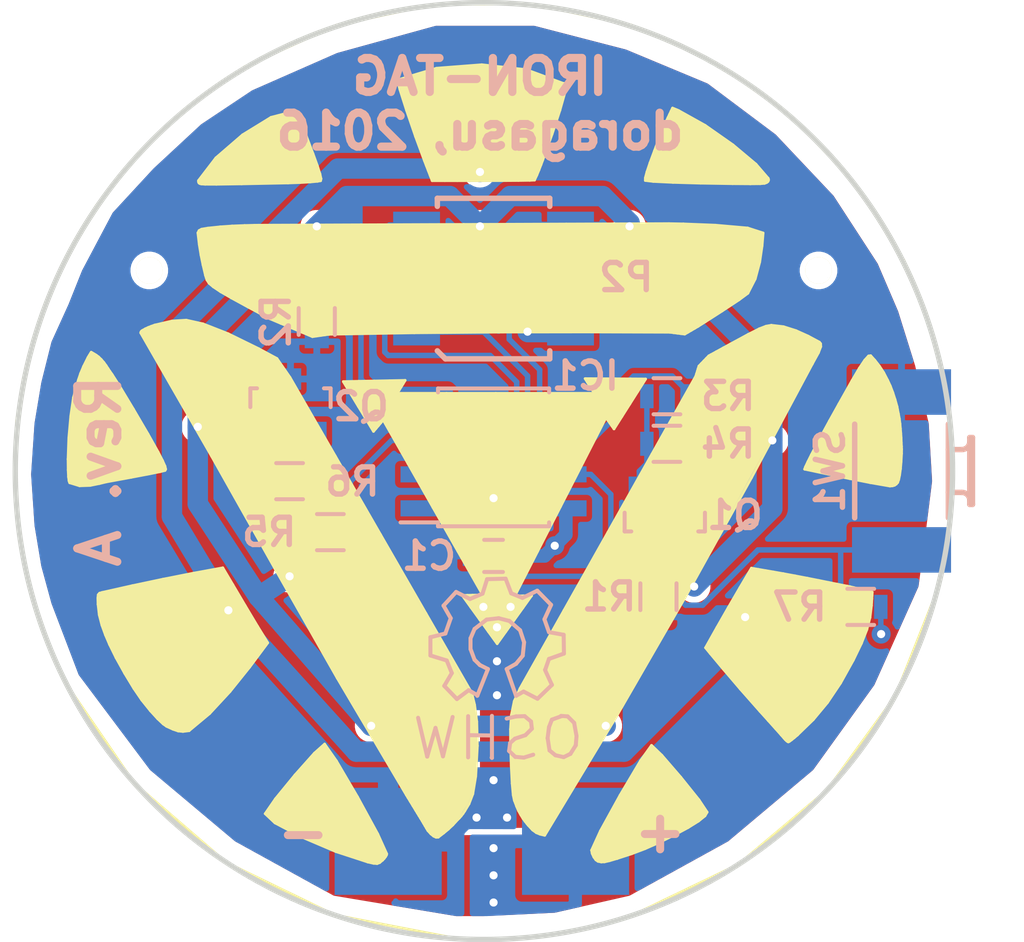
<source format=kicad_pcb>
(kicad_pcb (version 4) (host pcbnew "(2016-06-19 BZR 6943)-stable")
  (layers (0 F.Cu signal) (31 B.Cu signal) (34 B.Paste user) (35 F.Paste user) (36 B.SilkS user) (37 F.SilkS user) (38 B.Mask user) (39 F.Mask user) (44 Edge.Cuts user))
  (net 0 "")
  (net 1 VDD)
  (net 2 GND)
  (net 3 "Net-(IC1-Pad1)")
  (net 4 "Net-(IC1-Pad2)")
  (net 5 "Net-(IC1-Pad3)")
  (net 6 "Net-(IC1-Pad5)")
  (net 7 "Net-(IC1-Pad6)")
  (net 8 "Net-(IC1-Pad7)")
  (net 9 "Net-(Q1-Pad1)")
  (net 10 "Net-(Q1-Pad3)")
  (net 11 "Net-(Q2-Pad1)")
  (net 12 "Net-(Q2-Pad3)")
  (net 13 /LD1)
  (net 14 /LD2)
  (module doragasu:HOLE_1MM_DIA (layer F.Cu) (at 137 87.5)
    (fp_text reference REF** hide)
    (fp_text value HOLE_1MM_DIA)
    (pad "" np_thru_hole circle (at 0 0) (size 1 1) (drill 1) (layers *.Cu *.Mask F.SilkS))
  )
  (module doragasu:IRON-RING (layer F.Cu) (at 149.95 95.85)
    (fp_text reference REF** hide)
    (fp_text value IRON-RING hide)
  )
  (module Resistors_SMD:R_0603 (layer B.Cu) (at 163.576 100.076 180)
    (fp_text reference R7 (at 2.286 0 180) (layer B.SilkS) (effects (font (size 1.016 1.016) (thickness 0.2032)) (justify mirror)))
    (fp_text value 47k hide)
    (pad 1 smd rect (at -0.75 0 180) (size 0.5 0.9) (layers B.Cu B.Paste B.Mask) (net 1 VDD))
    (pad 2 smd rect (at 0.75 0 180) (size 0.5 0.9) (layers B.Cu B.Paste B.Mask) (net 8 "Net-(IC1-Pad7)"))
  )
  (module doragasu:CON_3x2P_2MM_SMD (layer B.Cu) (at 149.86 87.805 90)
    (fp_text reference P2 (at 0.048 4.953 -180) (layer B.SilkS) (effects (font (size 1.016 1.016) (thickness 0.2032)) (justify mirror)))
    (fp_text value CONN_01X06)
    (pad 1 smd rect (at -2 -2.875 90) (size 1 1.75) (layers B.Cu B.Paste B.Mask) (net 7 "Net-(IC1-Pad6)"))
    (pad 2 smd rect (at -2 2.875 90) (size 1 1.75) (layers B.Cu B.Paste B.Mask) (net 1 VDD))
    (pad 3 smd rect (at 0 -2.875 90) (size 1 1.75) (layers B.Cu B.Paste B.Mask) (net 8 "Net-(IC1-Pad7)"))
    (pad 4 smd rect (at 0 2.875 90) (size 1 1.75) (layers B.Cu B.Paste B.Mask) (net 6 "Net-(IC1-Pad5)"))
    (pad 5 smd rect (at 2 -2.875 90) (size 1 1.75) (layers B.Cu B.Paste B.Mask) (net 3 "Net-(IC1-Pad1)"))
    (pad 6 smd rect (at 2 2.875 90) (size 1 1.75) (layers B.Cu B.Paste B.Mask) (net 2 GND))
  )
  (module Capacitors_SMD:C_0603 (layer B.Cu) (at 149.86 98.171 180)
    (fp_text reference C1 (at 2.413 0 180) (layer B.SilkS) (effects (font (size 1.016 1.016) (thickness 0.2032)) (justify mirror)))
    (fp_text value 100n hide)
    (pad 1 smd rect (at -0.75 0 180) (size 0.8 0.75) (layers B.Cu B.Paste B.Mask) (net 1 VDD))
    (pad 2 smd rect (at 0.75 0 180) (size 0.8 0.75) (layers B.Cu B.Paste B.Mask) (net 2 GND))
  )
  (module LEDs:LED-0603 (layer F.Cu) (at 149.86 94.996)
    (fp_text reference D1 hide)
    (fp_text value LED hide)
    (pad 1 smd rect (at -0.7493 0) (size 0.79756 0.79756) (layers F.Cu F.Paste F.Mask) (net 13 /LD1))
    (pad 2 smd rect (at 0.7493 0) (size 0.79756 0.79756) (layers F.Cu F.Paste F.Mask) (net 1 VDD))
  )
  (module LEDs:LED-0603 (layer F.Cu) (at 138.4173 101.092 210)
    (fp_text reference D2 hide)
    (fp_text value LED hide)
    (pad 1 smd rect (at -0.7493 0 210) (size 0.79756 0.79756) (layers F.Cu F.Paste F.Mask) (net 13 /LD1))
    (pad 2 smd rect (at 0.7493 0 210) (size 0.79756 0.79756) (layers F.Cu F.Paste F.Mask) (net 1 VDD))
  )
  (module LEDs:LED-0603 (layer F.Cu) (at 149.352 82.042 90)
    (fp_text reference D3 hide)
    (fp_text value LED hide)
    (pad 1 smd rect (at -0.7493 0 90) (size 0.79756 0.79756) (layers F.Cu F.Paste F.Mask) (net 13 /LD1))
    (pad 2 smd rect (at 0.7493 0 90) (size 0.79756 0.79756) (layers F.Cu F.Paste F.Mask) (net 1 VDD))
  )
  (module LEDs:LED-0603 (layer F.Cu) (at 160.782 101.346 330)
    (fp_text reference D4 hide)
    (fp_text value LED hide)
    (pad 1 smd rect (at -0.7493 0 330) (size 0.79756 0.79756) (layers F.Cu F.Paste F.Mask) (net 13 /LD1))
    (pad 2 smd rect (at 0.7493 0 330) (size 0.79756 0.79756) (layers F.Cu F.Paste F.Mask) (net 1 VDD))
  )
  (module LEDs:LED-0603 (layer F.Cu) (at 140.348913 92.456 30)
    (fp_text reference D5 hide)
    (fp_text value LED hide)
    (pad 1 smd rect (at -0.7493 0 30) (size 0.79756 0.79756) (layers F.Cu F.Paste F.Mask) (net 14 /LD2))
    (pad 2 smd rect (at 0.7493 0 30) (size 0.79756 0.79756) (layers F.Cu F.Paste F.Mask) (net 1 VDD))
  )
  (module LEDs:LED-0603 (layer F.Cu) (at 143.764 98.044 30)
    (fp_text reference D6 hide)
    (fp_text value LED hide)
    (pad 1 smd rect (at -0.7493 0 30) (size 0.79756 0.79756) (layers F.Cu F.Paste F.Mask) (net 14 /LD2))
    (pad 2 smd rect (at 0.7493 0 30) (size 0.79756 0.79756) (layers F.Cu F.Paste F.Mask) (net 1 VDD))
  )
  (module LEDs:LED-0603 (layer F.Cu) (at 146.812 103.632 30)
    (fp_text reference D7 hide)
    (fp_text value LED hide)
    (pad 1 smd rect (at -0.7493 0 30) (size 0.79756 0.79756) (layers F.Cu F.Paste F.Mask) (net 14 /LD2))
    (pad 2 smd rect (at 0.7493 0 30) (size 0.79756 0.79756) (layers F.Cu F.Paste F.Mask) (net 1 VDD))
  )
  (module LEDs:LED-0603 (layer F.Cu) (at 152.540913 103.632 150)
    (fp_text reference D8 hide)
    (fp_text value LED hide)
    (pad 1 smd rect (at -0.7493 0 150) (size 0.79756 0.79756) (layers F.Cu F.Paste F.Mask) (net 14 /LD2))
    (pad 2 smd rect (at 0.7493 0 150) (size 0.79756 0.79756) (layers F.Cu F.Paste F.Mask) (net 1 VDD))
  )
  (module LEDs:LED-0603 (layer F.Cu) (at 155.702 98.298 150)
    (fp_text reference D9 hide)
    (fp_text value LED hide)
    (pad 1 smd rect (at -0.7493 0 150) (size 0.79756 0.79756) (layers F.Cu F.Paste F.Mask) (net 14 /LD2))
    (pad 2 smd rect (at 0.7493 0 150) (size 0.79756 0.79756) (layers F.Cu F.Paste F.Mask) (net 1 VDD))
  )
  (module LEDs:LED-0603 (layer F.Cu) (at 158.7627 92.964 150)
    (fp_text reference D10 hide)
    (fp_text value LED hide)
    (pad 1 smd rect (at -0.7493 0 150) (size 0.79756 0.79756) (layers F.Cu F.Paste F.Mask) (net 14 /LD2))
    (pad 2 smd rect (at 0.7493 0 150) (size 0.79756 0.79756) (layers F.Cu F.Paste F.Mask) (net 1 VDD))
  )
  (module LEDs:LED-0603 (layer F.Cu) (at 154.94 87.63 270)
    (fp_text reference D11 hide)
    (fp_text value LED hide)
    (pad 1 smd rect (at -0.7493 0 270) (size 0.79756 0.79756) (layers F.Cu F.Paste F.Mask) (net 14 /LD2))
    (pad 2 smd rect (at 0.7493 0 270) (size 0.79756 0.79756) (layers F.Cu F.Paste F.Mask) (net 1 VDD))
  )
  (module LEDs:LED-0603 (layer F.Cu) (at 149.352 87.63 270)
    (fp_text reference D12 hide)
    (fp_text value LED hide)
    (pad 1 smd rect (at -0.7493 0 270) (size 0.79756 0.79756) (layers F.Cu F.Paste F.Mask) (net 14 /LD2))
    (pad 2 smd rect (at 0.7493 0 270) (size 0.79756 0.79756) (layers F.Cu F.Paste F.Mask) (net 1 VDD))
  )
  (module LEDs:LED-0603 (layer F.Cu) (at 143.256 87.63 270)
    (fp_text reference D13 hide)
    (fp_text value LED hide)
    (pad 1 smd rect (at -0.7493 0 270) (size 0.79756 0.79756) (layers F.Cu F.Paste F.Mask) (net 14 /LD2))
    (pad 2 smd rect (at 0.7493 0 270) (size 0.79756 0.79756) (layers F.Cu F.Paste F.Mask) (net 1 VDD))
  )
  (module Housings_SOIC:SOIC-8_3.9x4.9mm_Pitch1.27mm (layer B.Cu) (at 149.86 94.488)
    (fp_text reference IC1 (at 3.429 -3.048) (layer B.SilkS) (effects (font (size 1.016 1.016) (thickness 0.2032)) (justify mirror)))
    (fp_text value ATTINY85-S hide)
    (pad 1 smd rect (at -2.7 1.905) (size 1.55 0.6) (layers B.Cu B.Paste B.Mask) (net 3 "Net-(IC1-Pad1)"))
    (pad 2 smd rect (at -2.7 0.635) (size 1.55 0.6) (layers B.Cu B.Paste B.Mask) (net 4 "Net-(IC1-Pad2)"))
    (pad 3 smd rect (at -2.7 -0.635) (size 1.55 0.6) (layers B.Cu B.Paste B.Mask) (net 5 "Net-(IC1-Pad3)"))
    (pad 4 smd rect (at -2.7 -1.905) (size 1.55 0.6) (layers B.Cu B.Paste B.Mask) (net 2 GND))
    (pad 5 smd rect (at 2.7 -1.905) (size 1.55 0.6) (layers B.Cu B.Paste B.Mask) (net 6 "Net-(IC1-Pad5)"))
    (pad 6 smd rect (at 2.7 -0.635) (size 1.55 0.6) (layers B.Cu B.Paste B.Mask) (net 7 "Net-(IC1-Pad6)"))
    (pad 7 smd rect (at 2.7 0.635) (size 1.55 0.6) (layers B.Cu B.Paste B.Mask) (net 8 "Net-(IC1-Pad7)"))
    (pad 8 smd rect (at 2.7 1.905) (size 1.55 0.6) (layers B.Cu B.Paste B.Mask) (net 1 VDD))
  )
  (module Resistors_SMD:R_0603 (layer B.Cu) (at 156.0195 99.695 90)
    (fp_text reference R1 (at 0 -1.8415) (layer B.SilkS) (effects (font (size 1.016 1.016) (thickness 0.2032)) (justify mirror)))
    (fp_text value R hide)
    (pad 1 smd rect (at -0.75 0 90) (size 0.5 0.9) (layers B.Cu B.Paste B.Mask) (net 13 /LD1))
    (pad 2 smd rect (at 0.75 0 90) (size 0.5 0.9) (layers B.Cu B.Paste B.Mask) (net 10 "Net-(Q1-Pad3)"))
  )
  (module Resistors_SMD:R_0603 (layer B.Cu) (at 143.256 89.408 270)
    (fp_text reference R2 (at 0 1.524 270) (layer B.SilkS) (effects (font (size 1.016 1.016) (thickness 0.2032)) (justify mirror)))
    (fp_text value R hide)
    (pad 1 smd rect (at -0.75 0 270) (size 0.5 0.9) (layers B.Cu B.Paste B.Mask) (net 14 /LD2))
    (pad 2 smd rect (at 0.75 0 270) (size 0.5 0.9) (layers B.Cu B.Paste B.Mask) (net 12 "Net-(Q2-Pad3)"))
  )
  (module Resistors_SMD:R_0603 (layer B.Cu) (at 156.337 92.202 180)
    (fp_text reference R3 (at -2.286 0 180) (layer B.SilkS) (effects (font (size 1.016 1.016) (thickness 0.2032)) (justify mirror)))
    (fp_text value 100 hide)
    (pad 1 smd rect (at -0.75 0 180) (size 0.5 0.9) (layers B.Cu B.Paste B.Mask) (net 7 "Net-(IC1-Pad6)"))
    (pad 2 smd rect (at 0.75 0 180) (size 0.5 0.9) (layers B.Cu B.Paste B.Mask) (net 9 "Net-(Q1-Pad1)"))
  )
  (module Resistors_SMD:R_0603 (layer B.Cu) (at 156.337 93.98)
    (fp_text reference R4 (at 2.286 0) (layer B.SilkS) (effects (font (size 1.016 1.016) (thickness 0.2032)) (justify mirror)))
    (fp_text value 47k hide)
    (pad 1 smd rect (at -0.75 0) (size 0.5 0.9) (layers B.Cu B.Paste B.Mask) (net 9 "Net-(Q1-Pad1)"))
    (pad 2 smd rect (at 0.75 0) (size 0.5 0.9) (layers B.Cu B.Paste B.Mask) (net 2 GND))
  )
  (module TO_SOT_Packages_SMD:SOT-23 (layer B.Cu) (at 156.256406 96.605373)
    (fp_text reference Q1 (at 2.620594 0.041627) (layer B.SilkS) (effects (font (size 1.016 1.016) (thickness 0.2032)) (justify mirror)))
    (fp_text value 2N7002)
    (pad 1 smd rect (at -0.95 -1.00076) (size 0.8001 0.8001) (layers B.Cu B.Paste B.Mask) (net 9 "Net-(Q1-Pad1)"))
    (pad 2 smd rect (at 0.95 -1.00076) (size 0.8001 0.8001) (layers B.Cu B.Paste B.Mask) (net 2 GND))
    (pad 3 smd rect (at 0 0.99822) (size 0.8001 0.8001) (layers B.Cu B.Paste B.Mask) (net 10 "Net-(Q1-Pad3)"))
  )
  (module TO_SOT_Packages_SMD:SOT-23 (layer B.Cu) (at 142.273766 92.55695 180)
    (fp_text reference Q2 (at -2.633234 -0.02605 180) (layer B.SilkS) (effects (font (size 1.016 1.016) (thickness 0.2032)) (justify mirror)))
    (fp_text value 2N7002)
    (pad 1 smd rect (at -0.95 -1.00076 180) (size 0.8001 0.8001) (layers B.Cu B.Paste B.Mask) (net 11 "Net-(Q2-Pad1)"))
    (pad 2 smd rect (at 0.95 -1.00076 180) (size 0.8001 0.8001) (layers B.Cu B.Paste B.Mask) (net 2 GND))
    (pad 3 smd rect (at 0 0.99822 180) (size 0.8001 0.8001) (layers B.Cu B.Paste B.Mask) (net 12 "Net-(Q2-Pad3)"))
  )
  (module Resistors_SMD:R_0603 (layer B.Cu) (at 143.764 97.282 180)
    (fp_text reference R5 (at 2.286 0 180) (layer B.SilkS) (effects (font (size 1.016 1.016) (thickness 0.2032)) (justify mirror)))
    (fp_text value 100)
    (pad 1 smd rect (at -0.75 0 180) (size 0.5 0.9) (layers B.Cu B.Paste B.Mask) (net 5 "Net-(IC1-Pad3)"))
    (pad 2 smd rect (at 0.75 0 180) (size 0.5 0.9) (layers B.Cu B.Paste B.Mask) (net 11 "Net-(Q2-Pad1)"))
  )
  (module Resistors_SMD:R_0603 (layer B.Cu) (at 142.24 95.377 180)
    (fp_text reference R6 (at -2.347174 -0.020898 180) (layer B.SilkS) (effects (font (size 1.016 1.016) (thickness 0.2032)) (justify mirror)))
    (fp_text value 47k)
    (pad 1 smd rect (at -0.75 0 180) (size 0.5 0.9) (layers B.Cu B.Paste B.Mask) (net 11 "Net-(Q2-Pad1)"))
    (pad 2 smd rect (at 0.75 0 180) (size 0.5 0.9) (layers B.Cu B.Paste B.Mask) (net 2 GND))
  )
  (module doragasu:C&K_KSS (layer B.Cu) (at 165.1 94.996 90)
    (fp_text reference SW1 (at 0 -2.667 270) (layer B.SilkS) (effects (font (size 1.016 1.016) (thickness 0.2032)) (justify mirror)))
    (fp_text value SW_PUSH)
    (pad 1 smd rect (at -2.95 0 90) (size 1.7 3.7) (layers B.Cu B.Paste B.Mask) (net 8 "Net-(IC1-Pad7)"))
    (pad 2 smd rect (at 2.95 0 90) (size 1.7 3.7) (layers B.Cu B.Paste B.Mask) (net 2 GND))
  )
  (module doragasu:CR2032L_F1N_PADS (layer B.Cu) (at 149.423 108.839 180)
    (fp_text reference P1 hide)
    (fp_text value CONN_01X02)
    (pad 1 smd rect (at -3.5 0 180) (size 4 4) (layers B.Cu B.Paste B.Mask) (net 1 VDD))
    (pad 2 smd rect (at 3.5 0 180) (size 4 4) (layers B.Cu B.Paste B.Mask) (net 2 GND))
  )
  (module doragasu:HOLE_1MM_DIA (layer F.Cu) (at 162 87.5)
    (fp_text reference REF** hide)
    (fp_text value HOLE_1MM_DIA)
    (pad "" np_thru_hole circle (at 0 0) (size 1 1) (drill 1) (layers *.Cu *.Mask F.SilkS))
  )
  (module Symbols:Symbol_OSHW-Logo_SilkScreen (layer B.Cu) (at 150 101.5 180)
    (fp_text reference REF** hide)
    (fp_text value Symbol_OSHW-Logo_SilkScreen)
  )
  (gr_text "Rev. A" (at 135.128 94.996 90) (layer B.SilkS) (effects (font (size 1.5 1.5) (thickness 0.3)) (justify mirror)))
  (gr_text - (at 142.748 108.712 180) (layer B.SilkS) (effects (font (size 1.5 1.5) (thickness 0.3)) (justify mirror)))
  (gr_text + (at 156.083 108.458) (layer B.SilkS) (effects (font (size 1.5 1.5) (thickness 0.3)) (justify mirror)))
  (gr_text "IRON-TAG\ndoragasu, 2016" (at 149.352 81.28) (layer B.SilkS) (effects (font (size 1.27 1.27) (thickness 0.3048)) (justify mirror)))
  (gr_circle (center 149.5 95) (end 132 95.5) (layer Edge.Cuts) (width 0.2))
  (segment (start 149.86 110.109) (end 149.86 111.125) (width 0.2032) (layer B.Cu) (net 1))
  (via (at 149.86 111.125) (size 0.7112) (drill 0.3048) (layers F.Cu B.Cu) (net 1))
  (segment (start 149.86 109.093) (end 149.86 110.109) (width 0.2032) (layer F.Cu) (net 1))
  (via (at 149.86 110.109) (size 0.7112) (drill 0.3048) (layers F.Cu B.Cu) (net 1))
  (segment (start 152.923 108.839) (end 150.114 108.839) (width 0.2032) (layer B.Cu) (net 1))
  (segment (start 150.114 108.839) (end 149.86 109.093) (width 0.2032) (layer B.Cu) (net 1))
  (via (at 149.86 109.093) (size 0.7112) (drill 0.3048) (layers F.Cu B.Cu) (net 1))
  (segment (start 164.326 100.076) (end 164.326 101.08) (width 0.2032) (layer B.Cu) (net 1))
  (segment (start 164.326 101.08) (end 164.338 101.092) (width 0.2032) (layer B.Cu) (net 1))
  (via (at 164.338 101.092) (size 0.7112) (drill 0.3048) (layers F.Cu B.Cu) (net 1))
  (segment (start 152.735 89.805) (end 151.146 89.805) (width 0.762) (layer B.Cu) (net 1))
  (segment (start 151.146 89.805) (end 151.13 89.789) (width 0.762) (layer B.Cu) (net 1))
  (via (at 151.13 89.789) (size 0.7112) (drill 0.3048) (layers F.Cu B.Cu) (net 1))
  (segment (start 152.146 97.79) (end 152.56 97.376) (width 0.508) (layer B.Cu) (net 1))
  (segment (start 150.61 98.171) (end 151.765 98.171) (width 0.508) (layer B.Cu) (net 1))
  (segment (start 151.765 98.171) (end 152.146 97.79) (width 0.508) (layer B.Cu) (net 1))
  (via (at 152.146 97.79) (size 0.7112) (drill 0.3048) (layers F.Cu B.Cu) (net 1))
  (segment (start 152.56 97.376) (end 152.56 96.393) (width 0.508) (layer B.Cu) (net 1))
  (segment (start 152.56 89.98) (end 152.735 89.805) (width 0.2032) (layer B.Cu) (net 1))
  (segment (start 150.495 100.076) (end 149.479 99.06) (width 0.2032) (layer B.Cu) (net 2))
  (segment (start 149.479 99.06) (end 149.225 99.06) (width 0.2032) (layer B.Cu) (net 2))
  (segment (start 149.225 99.06) (end 149.11 98.945) (width 0.2032) (layer B.Cu) (net 2))
  (segment (start 149.11 98.945) (end 149.11 98.171) (width 0.2032) (layer B.Cu) (net 2))
  (segment (start 149.479 100.076) (end 150.495 100.076) (width 0.2032) (layer F.Cu) (net 2))
  (via (at 150.495 100.076) (size 0.7112) (drill 0.3048) (layers F.Cu B.Cu) (net 2))
  (segment (start 149.987 100.838) (end 149.987 100.584) (width 0.2032) (layer B.Cu) (net 2))
  (segment (start 149.987 100.584) (end 149.479 100.076) (width 0.2032) (layer B.Cu) (net 2))
  (via (at 149.479 100.076) (size 0.7112) (drill 0.3048) (layers F.Cu B.Cu) (net 2))
  (segment (start 149.987 102.108) (end 149.987 100.838) (width 0.2032) (layer F.Cu) (net 2))
  (via (at 149.987 100.838) (size 0.7112) (drill 0.3048) (layers F.Cu B.Cu) (net 2))
  (segment (start 149.987 103.378) (end 149.987 102.108) (width 0.2032) (layer B.Cu) (net 2))
  (via (at 149.987 102.108) (size 0.7112) (drill 0.3048) (layers F.Cu B.Cu) (net 2))
  (segment (start 149.86 106.553) (end 149.86 103.505) (width 0.2032) (layer F.Cu) (net 2))
  (segment (start 149.86 103.505) (end 149.987 103.378) (width 0.2032) (layer F.Cu) (net 2))
  (via (at 149.987 103.378) (size 0.7112) (drill 0.3048) (layers F.Cu B.Cu) (net 2))
  (segment (start 150.364198 107.95) (end 150.364198 107.057198) (width 0.2032) (layer B.Cu) (net 2))
  (segment (start 150.364198 107.057198) (end 149.86 106.553) (width 0.2032) (layer B.Cu) (net 2))
  (via (at 149.86 106.553) (size 0.7112) (drill 0.3048) (layers F.Cu B.Cu) (net 2))
  (segment (start 149.225 107.95) (end 150.364198 107.95) (width 0.2032) (layer F.Cu) (net 2))
  (via (at 150.364198 107.95) (size 0.7112) (drill 0.3048) (layers F.Cu B.Cu) (net 2))
  (segment (start 145.923 108.839) (end 148.336 108.839) (width 0.2032) (layer B.Cu) (net 2))
  (segment (start 148.336 108.839) (end 149.225 107.95) (width 0.2032) (layer B.Cu) (net 2))
  (via (at 149.225 107.95) (size 0.7112) (drill 0.3048) (layers F.Cu B.Cu) (net 2))
  (segment (start 147.16 96.393) (end 147.635 96.393) (width 0.2032) (layer B.Cu) (net 3))
  (segment (start 144.907 86.868) (end 145.97 85.805) (width 0.2032) (layer B.Cu) (net 3))
  (segment (start 147.635 96.393) (end 148.239801 95.788199) (width 0.2032) (layer B.Cu) (net 3))
  (segment (start 148.239801 92.039159) (end 148.148642 91.948) (width 0.2032) (layer B.Cu) (net 3))
  (segment (start 148.239801 95.788199) (end 148.239801 92.039159) (width 0.2032) (layer B.Cu) (net 3))
  (segment (start 145.288 91.948) (end 144.907 91.567) (width 0.2032) (layer B.Cu) (net 3))
  (segment (start 148.148642 91.948) (end 145.288 91.948) (width 0.2032) (layer B.Cu) (net 3))
  (segment (start 144.907 91.567) (end 144.907 86.868) (width 0.2032) (layer B.Cu) (net 3))
  (segment (start 145.97 85.805) (end 146.985 85.805) (width 0.2032) (layer B.Cu) (net 3))
  (segment (start 146.685 95.123) (end 147.16 95.123) (width 0.2032) (layer B.Cu) (net 4))
  (segment (start 144.514 97.282) (end 144.514 95.389) (width 0.2032) (layer B.Cu) (net 5))
  (segment (start 144.514 95.389) (end 146.05 93.853) (width 0.2032) (layer B.Cu) (net 5))
  (segment (start 146.05 93.853) (end 147.16 93.853) (width 0.2032) (layer B.Cu) (net 5))
  (segment (start 151.336 87.805) (end 152.735 87.805) (width 0.2032) (layer B.Cu) (net 6))
  (segment (start 150.444192 88.696808) (end 151.336 87.805) (width 0.2032) (layer B.Cu) (net 6))
  (segment (start 151.5818 91.210681) (end 150.444192 90.073072) (width 0.2032) (layer B.Cu) (net 6))
  (segment (start 151.5818 92.0798) (end 151.5818 91.210681) (width 0.2032) (layer B.Cu) (net 6))
  (segment (start 150.444192 90.073072) (end 150.444192 88.696808) (width 0.2032) (layer B.Cu) (net 6))
  (segment (start 152.56 92.583) (end 152.085 92.583) (width 0.2032) (layer B.Cu) (net 6))
  (segment (start 152.085 92.583) (end 151.5818 92.0798) (width 0.2032) (layer B.Cu) (net 6))
  (segment (start 146.985 89.805) (end 149.495 89.805) (width 0.2032) (layer B.Cu) (net 7))
  (segment (start 149.495 89.805) (end 151.13 91.44) (width 0.2032) (layer B.Cu) (net 7))
  (segment (start 151.13 91.44) (end 151.13 93.575) (width 0.2032) (layer B.Cu) (net 7))
  (segment (start 151.13 93.575) (end 151.408 93.853) (width 0.2032) (layer B.Cu) (net 7))
  (segment (start 151.408 93.853) (end 152.56 93.853) (width 0.2032) (layer B.Cu) (net 7))
  (segment (start 154.559 92.8322) (end 154.559 91.981358) (width 0.2032) (layer B.Cu) (net 7))
  (segment (start 154.559 91.981358) (end 155.093159 91.447199) (width 0.2032) (layer B.Cu) (net 7))
  (segment (start 155.093159 91.447199) (end 156.532199 91.447199) (width 0.2032) (layer B.Cu) (net 7))
  (segment (start 156.532199 91.447199) (end 157.087 92.002) (width 0.2032) (layer B.Cu) (net 7))
  (segment (start 157.087 92.002) (end 157.087 92.202) (width 0.2032) (layer B.Cu) (net 7))
  (segment (start 152.56 93.853) (end 153.5382 93.853) (width 0.2032) (layer B.Cu) (net 7))
  (segment (start 153.5382 93.853) (end 154.559 92.8322) (width 0.2032) (layer B.Cu) (net 7))
  (segment (start 146.985 87.805) (end 146.61 87.805) (width 0.2032) (layer B.Cu) (net 8))
  (segment (start 145.796 90.551) (end 145.923 90.678) (width 0.2032) (layer B.Cu) (net 8))
  (segment (start 150.72359 91.66859) (end 150.72359 93.76159) (width 0.2032) (layer B.Cu) (net 8))
  (segment (start 146.61 87.805) (end 145.796 88.619) (width 0.2032) (layer B.Cu) (net 8))
  (segment (start 145.796 88.619) (end 145.796 90.551) (width 0.2032) (layer B.Cu) (net 8))
  (segment (start 145.923 90.678) (end 149.733 90.678) (width 0.2032) (layer B.Cu) (net 8))
  (segment (start 149.733 90.678) (end 150.72359 91.66859) (width 0.2032) (layer B.Cu) (net 8))
  (segment (start 150.72359 93.76159) (end 152.085 95.123) (width 0.2032) (layer B.Cu) (net 8))
  (segment (start 152.085 95.123) (end 152.56 95.123) (width 0.2032) (layer B.Cu) (net 8))
  (segment (start 161.3492 97.946) (end 159.737 97.946) (width 0.2032) (layer B.Cu) (net 8))
  (segment (start 155.2575 99.7585) (end 154.2415 98.7425) (width 0.2032) (layer B.Cu) (net 8))
  (segment (start 159.737 97.946) (end 157.6705 100.0125) (width 0.2032) (layer B.Cu) (net 8))
  (segment (start 157.6705 100.0125) (end 157.0355 100.0125) (width 0.2032) (layer B.Cu) (net 8))
  (segment (start 157.0355 100.0125) (end 156.7815 99.7585) (width 0.2032) (layer B.Cu) (net 8))
  (segment (start 156.7815 99.7585) (end 155.2575 99.7585) (width 0.2032) (layer B.Cu) (net 8))
  (segment (start 154.2415 98.7425) (end 154.2415 95.8723) (width 0.2032) (layer B.Cu) (net 8))
  (segment (start 154.2415 95.8723) (end 153.4922 95.123) (width 0.2032) (layer B.Cu) (net 8))
  (segment (start 153.4922 95.123) (end 152.56 95.123) (width 0.2032) (layer B.Cu) (net 8))
  (segment (start 162.826 100.076) (end 162.826 97.946) (width 0.2032) (layer B.Cu) (net 8))
  (segment (start 162.826 97.946) (end 161.3492 97.946) (width 0.2032) (layer B.Cu) (net 8))
  (segment (start 165.1 97.946) (end 161.3492 97.946) (width 0.2032) (layer B.Cu) (net 8))
  (segment (start 146.985 87.805) (end 147.36 87.805) (width 0.2032) (layer B.Cu) (net 8))
  (segment (start 155.587 94.73) (end 155.577769 94.73) (width 0.2032) (layer B.Cu) (net 9))
  (segment (start 155.577769 94.73) (end 155.306406 95.001363) (width 0.2032) (layer B.Cu) (net 9))
  (segment (start 155.306406 95.001363) (end 155.306406 95.604613) (width 0.2032) (layer B.Cu) (net 9))
  (segment (start 155.587 93.98) (end 155.587 94.73) (width 0.2032) (layer B.Cu) (net 9))
  (segment (start 155.587 92.202) (end 155.587 93.98) (width 0.2032) (layer B.Cu) (net 9))
  (segment (start 143.014 97.282) (end 143.014 95.401) (width 0.2032) (layer B.Cu) (net 11))
  (segment (start 143.014 95.401) (end 142.99 95.377) (width 0.2032) (layer B.Cu) (net 11))
  (segment (start 142.99 95.577) (end 142.99 95.377) (width 0.2032) (layer B.Cu) (net 11))
  (segment (start 142.99 94.5) (end 143.223766 94.266234) (width 0.2032) (layer B.Cu) (net 11))
  (segment (start 143.223766 94.266234) (end 143.223766 93.55771) (width 0.2032) (layer B.Cu) (net 11))
  (segment (start 142.99 95.377) (end 142.99 94.5) (width 0.2032) (layer B.Cu) (net 11))
  (segment (start 139.954 100.203) (end 137.84579 96.69779) (width 0.762) (layer B.Cu) (net 13))
  (segment (start 137.84579 89.897197) (end 144.049987 83.693) (width 0.762) (layer B.Cu) (net 13))
  (segment (start 137.84579 96.69779) (end 137.84579 89.897197) (width 0.762) (layer B.Cu) (net 13))
  (segment (start 144.049987 83.693) (end 149.225 83.693) (width 0.762) (layer B.Cu) (net 13))
  (segment (start 149.225 83.693) (end 149.352 83.82) (width 0.762) (layer B.Cu) (net 13))
  (segment (start 156.21 100.445) (end 155.055 100.445) (width 0.2032) (layer B.Cu) (net 13))
  (segment (start 155.055 100.445) (end 153.543 98.933) (width 0.2032) (layer B.Cu) (net 13))
  (segment (start 153.543 98.933) (end 150.075394 98.933) (width 0.2032) (layer B.Cu) (net 13))
  (segment (start 150.075394 98.933) (end 149.86 98.717606) (width 0.2032) (layer B.Cu) (net 13))
  (segment (start 149.86 98.717606) (end 149.86 96.012) (width 0.2032) (layer B.Cu) (net 13))
  (segment (start 144.734316 105.48621) (end 139.954 100.203) (width 0.762) (layer B.Cu) (net 13))
  (segment (start 149.52472 96.012) (end 149.86 96.012) (width 0.2032) (layer F.Cu) (net 13))
  (segment (start 149.1107 95.59798) (end 149.52472 96.012) (width 0.2032) (layer F.Cu) (net 13))
  (segment (start 149.1107 94.996) (end 149.1107 95.59798) (width 0.2032) (layer F.Cu) (net 13))
  (via (at 149.86 96.012) (size 0.7112) (drill 0.3048) (layers F.Cu B.Cu) (net 13))
  (segment (start 159.258 100.457) (end 159.258 100.959894) (width 0.762) (layer B.Cu) (net 13))
  (segment (start 159.258 100.959894) (end 154.731684 105.48621) (width 0.762) (layer B.Cu) (net 13))
  (segment (start 154.731684 105.48621) (end 144.734316 105.48621) (width 0.762) (layer B.Cu) (net 13))
  (segment (start 149.352 82.7913) (end 149.352 83.82) (width 0.2032) (layer F.Cu) (net 13))
  (via (at 149.352 83.82) (size 0.7112) (drill 0.3048) (layers F.Cu B.Cu) (net 13))
  (segment (start 139.066213 100.71735) (end 139.954 100.203) (width 0.2032) (layer F.Cu) (net 13))
  (via (at 139.954 100.203) (size 0.7112) (drill 0.3048) (layers F.Cu B.Cu) (net 13))
  (segment (start 160.133087 100.97135) (end 159.258 100.457) (width 0.2032) (layer F.Cu) (net 13))
  (via (at 159.258 100.457) (size 0.7112) (drill 0.3048) (layers F.Cu B.Cu) (net 13))
  (segment (start 149.352 85.852) (end 150.483201 84.720799) (width 0.762) (layer B.Cu) (net 14))
  (segment (start 150.483201 84.720799) (end 153.935799 84.720799) (width 0.762) (layer B.Cu) (net 14))
  (segment (start 153.935799 84.720799) (end 154.94 85.725) (width 0.762) (layer B.Cu) (net 14))
  (segment (start 154.94 85.725) (end 154.94 85.852) (width 0.762) (layer B.Cu) (net 14))
  (segment (start 141.078031 99.695) (end 145.288 104.521) (width 0.762) (layer B.Cu) (net 14))
  (segment (start 138.811 96.226081) (end 141.078031 99.695) (width 0.762) (layer B.Cu) (net 14))
  (segment (start 142.24 98.933) (end 141.078031 99.695) (width 0.762) (layer B.Cu) (net 14))
  (segment (start 160.274 96.393) (end 157.353 99.314) (width 0.762) (layer B.Cu) (net 14))
  (segment (start 160.274 93.853) (end 160.274 96.393) (width 0.762) (layer B.Cu) (net 14))
  (via (at 157.353 99.314) (size 0.7112) (drill 0.3048) (layers F.Cu B.Cu) (net 14))
  (segment (start 156.350913 98.67265) (end 157.353 99.314) (width 0.2032) (layer F.Cu) (net 14))
  (segment (start 160.274 93.853) (end 160.274 91.186) (width 0.762) (layer B.Cu) (net 14))
  (segment (start 160.274 91.186) (end 154.94 85.852) (width 0.762) (layer B.Cu) (net 14))
  (segment (start 138.811 96.226081) (end 138.811 93.345) (width 0.762) (layer B.Cu) (net 14))
  (segment (start 145.288 104.521) (end 154.051 104.521) (width 0.762) (layer B.Cu) (net 14))
  (segment (start 143.256 85.852) (end 144.387201 84.720799) (width 0.762) (layer B.Cu) (net 14))
  (segment (start 144.387201 84.720799) (end 148.220799 84.720799) (width 0.762) (layer B.Cu) (net 14))
  (segment (start 148.220799 84.720799) (end 149.352 85.852) (width 0.762) (layer B.Cu) (net 14))
  (segment (start 138.811 93.345) (end 138.811 90.297) (width 0.762) (layer B.Cu) (net 14))
  (segment (start 138.811 90.297) (end 143.256 85.852) (width 0.762) (layer B.Cu) (net 14))
  (segment (start 143.256 86.8807) (end 143.256 85.852) (width 0.2032) (layer F.Cu) (net 14))
  (via (at 143.256 85.852) (size 0.7112) (drill 0.3048) (layers F.Cu B.Cu) (net 14))
  (segment (start 159.411613 93.33865) (end 160.274 93.853) (width 0.2032) (layer F.Cu) (net 14))
  (via (at 160.274 93.853) (size 0.7112) (drill 0.3048) (layers F.Cu B.Cu) (net 14))
  (segment (start 149.352 86.8807) (end 149.352 85.852) (width 0.2032) (layer F.Cu) (net 14))
  (via (at 149.352 85.852) (size 0.7112) (drill 0.3048) (layers F.Cu B.Cu) (net 14))
  (segment (start 154.94 86.8807) (end 154.94 85.852) (width 0.2032) (layer F.Cu) (net 14))
  (via (at 154.94 85.852) (size 0.7112) (drill 0.3048) (layers F.Cu B.Cu) (net 14))
  (segment (start 143.115087 98.41865) (end 142.24 98.933) (width 0.2032) (layer F.Cu) (net 14))
  (via (at 142.24 98.933) (size 0.7112) (drill 0.3048) (layers F.Cu B.Cu) (net 14))
  (segment (start 146.163087 104.00665) (end 145.288 104.521) (width 0.2032) (layer F.Cu) (net 14))
  (via (at 145.288 104.521) (size 0.7112) (drill 0.3048) (layers F.Cu B.Cu) (net 14))
  (segment (start 153.189826 104.00665) (end 154.051 104.521) (width 0.2032) (layer F.Cu) (net 14))
  (via (at 154.051 104.521) (size 0.7112) (drill 0.3048) (layers F.Cu B.Cu) (net 14))
  (segment (start 139.7 92.83065) (end 138.811 93.345) (width 0.2032) (layer F.Cu) (net 14))
  (via (at 138.811 93.345) (size 0.7112) (drill 0.3048) (layers F.Cu B.Cu) (net 14))
  (zone (net 1) (net_name VDD) (layer F.Cu) (connect_pads (clearance 0.254)) (min_thickness 0.2032) (fill yes (arc_segments 32) (thermal_gap 0.254) (thermal_bridge_width 0.254))
    (polygon (pts (xy 140.208 108.839) (xy 137.033 106.172) (xy 134.366 102.616) (xy 133.35 99.949) (xy 132.969 98.552) (xy 132.715 97.028) (xy 132.588 95.123) (xy 132.715 93.218) (xy 132.969 91.694) (xy 133.35 90.17) (xy 133.985 88.773) (xy 134.493 87.503) (xy 135.636 85.344) (xy 137.16 83.693) (xy 138.938 82.042) (xy 140.843 80.772) (xy 144.018 79.375) (xy 147.701 78.359) (xy 151.384 78.359) (xy 154.813 79.248) (xy 157.861 80.518) (xy 160.401 82.423) (xy 162.56 84.709) (xy 164.211 87.249) (xy 164.973 89.027) (xy 165.608 91.059) (xy 166.116 93.218) (xy 166.243 95.377) (xy 165.989 97.409) (xy 165.735 99.314) (xy 164.084 102.997) (xy 161.798 106.172) (xy 158.623 108.839) (xy 154.94 110.871) (xy 152.146 111.506) (xy 149.479 111.633) (xy 148.463 111.633) (xy 143.891 110.871)))
  )
  (zone (net 2) (net_name GND) (layer B.Cu) (connect_pads (clearance 0.2032)) (min_thickness 0.2032) (fill yes (arc_segments 32) (thermal_gap 0.2032) (thermal_bridge_width 0.254))
    (polygon (pts (xy 140.204112 108.839) (xy 137.029112 106.172) (xy 134.362112 102.616) (xy 133.346112 99.949) (xy 132.965112 98.552) (xy 132.711112 97.028) (xy 132.584112 95.123) (xy 132.711112 93.218) (xy 132.965112 91.694) (xy 133.346112 90.17) (xy 133.981112 88.773) (xy 134.489112 87.503) (xy 135.632112 85.344) (xy 137.156112 83.693) (xy 138.934112 82.042) (xy 140.839112 80.772) (xy 144.014112 79.375) (xy 147.697112 78.359) (xy 151.380112 78.359) (xy 154.809112 79.248) (xy 157.857112 80.518) (xy 160.397112 82.423) (xy 162.556112 84.709) (xy 164.207112 87.249) (xy 164.969112 89.027) (xy 165.604112 91.059) (xy 166.112112 93.218) (xy 166.239112 95.377) (xy 165.985112 97.409) (xy 165.731112 99.314) (xy 164.080112 102.997) (xy 161.794112 106.172) (xy 158.619112 108.839) (xy 154.936112 110.871) (xy 152.142112 111.506) (xy 149.475112 111.633) (xy 148.459112 111.633) (xy 143.891 110.871)))
  )
  (zone (net 13) (net_name /LD1) (layer B.Cu) (priority 1) (connect_pads (clearance 0.254)) (min_thickness 0.2032) (fill yes (arc_segments 32) (thermal_gap 0.254) (thermal_bridge_width 0.254))
    (polygon (pts (xy 154.686 100.33) (xy 157.7975 100.33) (xy 158.115 100.0125) (xy 159.639 100.0125) (xy 159.639 101.092) (xy 155.575 105.156) (xy 154.686 105.156)))
  )
  (zone (net 10) (net_name "Net-(Q1-Pad3)") (layer B.Cu) (priority 1) (connect_pads (clearance 0.2032)) (min_thickness 0.2032) (fill yes (arc_segments 32) (thermal_gap 0.2032) (thermal_bridge_width 0.254))
    (polygon (pts (xy 154.559 99.06) (xy 157.1625 99.06) (xy 157.1625 96.774) (xy 154.559 96.774)))
  )
  (zone (net 12) (net_name "Net-(Q2-Pad3)") (layer B.Cu) (priority 1) (connect_pads (clearance 0.2032)) (min_thickness 0.2032) (fill yes (arc_segments 32) (thermal_gap 0.2032) (thermal_bridge_width 0.254))
    (polygon (pts (xy 141.097 92.3925) (xy 141.097 90.805) (xy 141.859 90.043) (xy 144.145 90.043) (xy 144.145 92.3925)))
  )
  (zone (net 14) (net_name /LD2) (layer B.Cu) (priority 1) (connect_pads (clearance 0.2032)) (min_thickness 0.2032) (fill yes (arc_segments 32) (thermal_gap 0.2032) (thermal_bridge_width 0.254))
    (polygon (pts (xy 144.9705 88.773) (xy 141.224 88.773) (xy 139.8905 88.773) (xy 144.272 84.3915) (xy 144.9705 84.3915)))
  )
  (zone (net 2) (net_name GND) (layer F.Cu) (priority 1) (connect_pads (clearance 0.2032)) (min_thickness 0.2032) (fill yes (arc_segments 32) (thermal_gap 0.2032) (thermal_bridge_width 0.254))
    (polygon (pts (xy 148.3868 99.568) (xy 151.511 99.568) (xy 150.5585 100.965) (xy 150.5585 106.4895) (xy 150.749 107.442) (xy 151.003 107.95) (xy 151.257 108.331) (xy 148.4376 108.3564) (xy 148.844 107.6452) (xy 149.098 107.1372) (xy 149.2504 106.426) (xy 149.352 106.0704) (xy 149.352 100.9396)))
  )
  (zone (net 0) (net_name "") (layer F.SilkS) (connect_pads (clearance 0.2032)) (min_thickness 0.254) (fill yes (arc_segments 16) (thermal_gap 0.508) (thermal_bridge_width 0.508))
    (polygon (pts (xy 136.7028 89.7636) (xy 136.906 89.6874) (xy 137.2108 89.5604) (xy 137.8712 89.408) (xy 138.3792 89.3826) (xy 139.0142 89.535) (xy 139.954 89.916) (xy 141.0462 90.4494) (xy 141.7574 90.8304) (xy 142.2654 91.567) (xy 148.9964 103.3018) (xy 149.1234 103.759) (xy 149.1996 104.394) (xy 149.225 105.2322) (xy 149.1742 106.426) (xy 149.0472 107.061) (xy 148.8948 107.442) (xy 148.6154 107.8738) (xy 148.2852 108.2294) (xy 147.8026 108.6612) (xy 147.7264 108.6612) (xy 147.5994 108.585) (xy 147.5232 108.5088) (xy 147.4216 108.4072) (xy 144.8054 104.0384) (xy 136.6774 89.8144)))
  )
  (zone (net 0) (net_name "") (layer F.SilkS) (connect_pads (clearance 0.2032)) (min_thickness 0.254) (fill yes (arc_segments 16) (thermal_gap 0.508) (thermal_bridge_width 0.508))
    (polygon (pts (xy 162.0266 90.1954) (xy 161.5948 89.9668) (xy 161.1376 89.7636) (xy 160.6804 89.6112) (xy 160.2486 89.5604) (xy 160.0454 89.5858) (xy 159.8168 89.6874) (xy 157.9118 90.7034) (xy 157.5562 91.0844) (xy 157.4292 91.44) (xy 150.876 103.0986) (xy 150.6474 103.5812) (xy 150.5204 104.1146) (xy 150.495 104.5972) (xy 150.495 105.156) (xy 150.5712 106.7054) (xy 150.6474 107.315) (xy 150.876 107.8484) (xy 151.2316 108.2802) (xy 151.3586 108.4326) (xy 151.4602 108.5088) (xy 151.765 108.6104) (xy 153.4414 105.8418) (xy 156.4386 100.7364) (xy 161.9758 90.6018) (xy 162.052 90.3732) (xy 162.0774 90.2716)))
  )
  (zone (net 0) (net_name "") (layer F.SilkS) (connect_pads (clearance 0.2032)) (min_thickness 0.254) (fill yes (arc_segments 16) (thermal_gap 0.508) (thermal_bridge_width 0.508))
    (polygon (pts (xy 139.192 85.9282) (xy 138.8872 85.979) (xy 138.811 86.0806) (xy 138.938 86.8934) (xy 139.1412 87.8332) (xy 139.2174 87.9602) (xy 139.3952 88.1126) (xy 141.478 89.281) (xy 143.0782 89.9668) (xy 143.7132 89.8906) (xy 150.241 89.8144) (xy 156.4386 89.8144) (xy 156.9974 89.8906) (xy 159.3596 88.3666) (xy 159.639 87.757) (xy 159.8422 86.8934) (xy 159.9184 86.106) (xy 159.385 85.9282) (xy 158.0134 85.8012) (xy 155.067 85.7504) (xy 152.1206 85.7758) (xy 140.9192 85.8012) (xy 139.9794 85.852)))
  )
  (zone (net 0) (net_name "") (layer F.SilkS) (connect_pads (clearance 0.2032)) (min_thickness 0.254) (fill yes (arc_segments 16) (thermal_gap 0.508) (thermal_bridge_width 0.508))
    (polygon (pts (xy 146.6088 91.5924) (xy 144.1958 91.6178) (xy 145.3642 93.5228) (xy 145.7452 93.091) (xy 149.4536 99.6188) (xy 148.6408 99.6188) (xy 149.987 101.473) (xy 151.3332 99.6188) (xy 150.6474 99.6696) (xy 154.051 93.0148) (xy 154.3558 93.4466) (xy 155.6004 91.5162) (xy 153.2128 91.5162) (xy 153.6192 92.1004) (xy 146.2786 92.1004)))
  )
  (zone (net 0) (net_name "") (layer F.SilkS) (connect_pads (clearance 0.2032)) (min_thickness 0.254) (fill yes (arc_segments 16) (thermal_gap 0.508) (thermal_bridge_width 0.508))
    (polygon (pts (xy 159.512 98.6282) (xy 161.2138 98.933) (xy 163.195 99.314) (xy 164.0078 99.5172) (xy 163.9316 100.4316) (xy 163.7792 100.9904) (xy 163.5252 101.6) (xy 163.1188 102.4128) (xy 162.814 102.9208) (xy 162.3314 103.6574) (xy 161.8234 104.267) (xy 161.2392 104.8258) (xy 160.909 105.1052) (xy 160.8582 105.1306) (xy 160.7058 104.9782) (xy 159.9692 104.1654) (xy 159.0802 103.1494) (xy 157.7848 101.6) (xy 158.242 100.7364) (xy 159.1056 99.2378) (xy 159.4358 98.679)))
  )
  (zone (net 0) (net_name "") (layer F.SilkS) (connect_pads (clearance 0.2032)) (min_thickness 0.254) (fill yes (arc_segments 16) (thermal_gap 0.508) (thermal_bridge_width 0.508))
    (polygon (pts (xy 155.7528 105.2576) (xy 155.3718 105.791) (xy 154.4574 107.3404) (xy 153.8224 108.4834) (xy 153.5176 109.1692) (xy 153.543 109.347) (xy 153.6446 109.474) (xy 153.6954 109.5502) (xy 153.797 109.601) (xy 153.924 109.6264) (xy 155.0416 109.2962) (xy 156.591 108.6104) (xy 157.5562 108.0516) (xy 157.7848 107.8738) (xy 157.8356 107.7468) (xy 157.7594 107.5944) (xy 157.5054 107.2388) (xy 156.1084 105.5624)))
  )
  (zone (net 0) (net_name "") (layer F.SilkS) (connect_pads (clearance 0.2032)) (min_thickness 0.254) (fill yes (arc_segments 16) (thermal_gap 0.508) (thermal_bridge_width 0.508))
    (polygon (pts (xy 161.4678 94.9198) (xy 163.0426 91.948) (xy 163.7538 90.805) (xy 163.8554 90.678) (xy 163.957 90.678) (xy 164.4396 91.313) (xy 164.7698 91.9988) (xy 164.9476 92.6338) (xy 165.1 93.726) (xy 165.1 94.4372) (xy 165.0492 95.0976) (xy 164.973 95.3516) (xy 164.9222 95.4786) (xy 164.846 95.5294) (xy 164.7698 95.5548) (xy 164.6428 95.5548) (xy 164.465 95.5294)))
  )
  (zone (net 0) (net_name "") (layer F.SilkS) (connect_pads (clearance 0.2032)) (min_thickness 0.254) (fill yes (arc_segments 16) (thermal_gap 0.508) (thermal_bridge_width 0.508))
    (polygon (pts (xy 147.574 84.1502) (xy 151.384 84.1248) (xy 151.7396 83.2612) (xy 152.2476 81.7626) (xy 152.5016 80.8736) (xy 152.5524 80.5688) (xy 152.4508 80.4926) (xy 151.0792 79.9846) (xy 149.4028 79.8068) (xy 147.7264 79.9338) (xy 146.2532 80.3656) (xy 146.4056 80.8736) (xy 146.9644 82.55)))
  )
  (zone (net 0) (net_name "") (layer F.SilkS) (connect_pads (clearance 0.2032)) (min_thickness 0.254) (fill yes (arc_segments 16) (thermal_gap 0.508) (thermal_bridge_width 0.508))
    (polygon (pts (xy 155.5242 84.0486) (xy 155.5242 84.1248) (xy 155.829 84.1756) (xy 157.5308 84.2264) (xy 159.512 84.2518) (xy 159.8168 84.2518) (xy 160.0454 84.2264) (xy 160.1216 84.1756) (xy 160.1216 84.0994) (xy 160.0708 83.9724) (xy 159.5882 83.4644) (xy 158.7754 82.7786) (xy 157.8102 82.1182) (xy 156.8958 81.5848) (xy 156.5402 81.4324) (xy 156.0576 82.4738) (xy 155.702 83.4898)))
  )
  (zone (net 0) (net_name "") (layer F.SilkS) (connect_pads (clearance 0.2032)) (min_thickness 0.254) (fill yes (arc_segments 16) (thermal_gap 0.508) (thermal_bridge_width 0.508))
    (polygon (pts (xy 138.8364 84.1248) (xy 138.8364 84.201) (xy 138.8872 84.2518) (xy 139.0142 84.2772) (xy 142.3416 84.2264) (xy 143.383 84.1502) (xy 143.4084 84.074) (xy 143.383 83.8708) (xy 143.3068 83.6422) (xy 142.6464 81.9912) (xy 142.5194 81.7372) (xy 142.3924 81.5594) (xy 141.5288 81.788) (xy 140.4874 82.423) (xy 139.4968 83.2612)))
  )
  (zone (net 0) (net_name "") (layer F.SilkS) (connect_pads (clearance 0.2032)) (min_thickness 0.254) (fill yes (arc_segments 16) (thermal_gap 0.508) (thermal_bridge_width 0.508))
    (polygon (pts (xy 134.8232 90.551) (xy 134.5438 91.059) (xy 134.4168 91.3638) (xy 134.1628 92.2274) (xy 134.0612 93.0148) (xy 133.985 93.7768) (xy 133.9596 94.7674) (xy 133.985 95.377) (xy 134.0358 95.4532) (xy 134.4168 95.5548) (xy 134.8232 95.5294) (xy 137.4648 95.0214) (xy 137.6172 94.9706) (xy 137.6172 94.8436) (xy 137.5664 94.7166) (xy 137.4648 94.5642) (xy 137.1854 94.0308) (xy 136.3726 92.6592) (xy 135.4074 91.0844) (xy 135.1788 90.805)))
  )
  (zone (net 0) (net_name "") (layer F.SilkS) (connect_pads (clearance 0.2032)) (min_thickness 0.254) (fill yes (arc_segments 16) (thermal_gap 0.508) (thermal_bridge_width 0.508))
    (polygon (pts (xy 139.7508 98.6028) (xy 141.4272 101.4222) (xy 139.9794 103.2764) (xy 139.2428 104.0638) (xy 138.4808 104.6988) (xy 138.2522 104.7242) (xy 138.049 104.6988) (xy 137.8458 104.6226) (xy 137.6426 104.521) (xy 137.4902 104.4194) (xy 136.7028 103.5558) (xy 136.0678 102.5398) (xy 135.763 101.981) (xy 135.3566 101.092) (xy 135.128 100.3808) (xy 135.0772 99.822) (xy 135.0772 99.7204) (xy 135.1026 99.6188) (xy 135.128 99.568) (xy 136.2964 99.2886) (xy 138.1506 98.9076) (xy 139.192 98.7044)))
  )
  (zone (net 0) (net_name "") (layer F.SilkS) (connect_pads (clearance 0.2032)) (min_thickness 0.254) (fill yes (arc_segments 16) (thermal_gap 0.508) (thermal_bridge_width 0.508))
    (polygon (pts (xy 141.3256 107.7976) (xy 141.6812 108.1532) (xy 142.6972 108.6866) (xy 143.9672 109.22) (xy 145.2118 109.6264) (xy 145.3896 109.6518) (xy 145.4912 109.6518) (xy 145.5928 109.6264) (xy 145.7706 109.474) (xy 145.8722 109.347) (xy 145.8722 109.2962) (xy 144.8054 107.2388) (xy 144.4244 106.5784) (xy 143.9418 105.7656) (xy 143.5354 105.2068) (xy 143.1544 105.537) (xy 142.4432 106.3498) (xy 141.732 107.2134)))
  )
  (zone (net 1) (net_name VDD) (layer B.Cu) (priority 1) (connect_pads (clearance 0.2032)) (min_thickness 0.2032) (fill yes (arc_segments 32) (thermal_gap 0.254) (thermal_bridge_width 0.508))
    (polygon (pts (xy 148.971 108.585) (xy 148.971 111.633) (xy 149.606 111.633) (xy 152.146 111.506) (xy 153.162 111.275092) (xy 153.162 108.592033)))
  )
)
</source>
